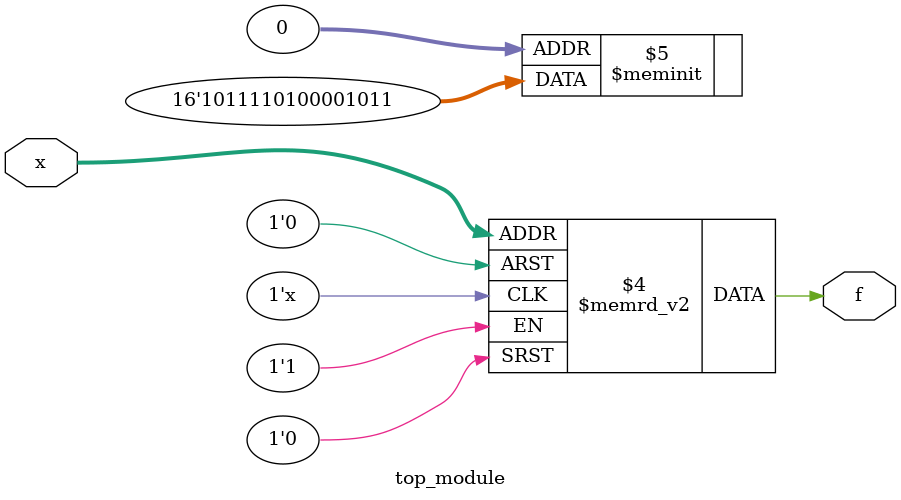
<source format=sv>
module top_module (
    input [4:1] x,
    output logic f
);

always_comb begin
    case (x)
        4'b0000: f = 1'b1;
        4'b0001: f = 1'b1;
        4'b0010: f = 1'b0;
        4'b0011: f = 1'b1;
        4'b0100: f = 1'b0;
        4'b0101: f = 1'b0;
        4'b0110: f = 1'b0;
        4'b0111: f = 1'b0;
        4'b1000: f = 1'b1;
        4'b1001: f = 1'b0;
        4'b1010: f = 1'b1;
        4'b1011: f = 1'b1;
        4'b1100: f = 1'b1;
        4'b1101: f = 1'b1;
        4'b1110: f = 1'b0;
        4'b1111: f = 1'b1;
        default: f = 1'bx;
    endcase
end

endmodule

</source>
